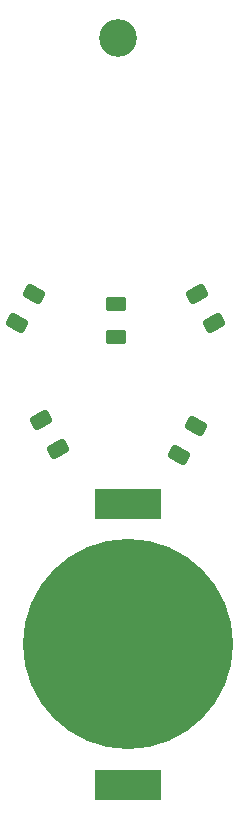
<source format=gbr>
%TF.GenerationSoftware,KiCad,Pcbnew,(6.0.8)*%
%TF.CreationDate,2022-10-01T01:52:07+02:00*%
%TF.ProjectId,ea_logobulb,65615f6c-6f67-46f6-9275-6c622e6b6963,rev?*%
%TF.SameCoordinates,Original*%
%TF.FileFunction,Soldermask,Bot*%
%TF.FilePolarity,Negative*%
%FSLAX46Y46*%
G04 Gerber Fmt 4.6, Leading zero omitted, Abs format (unit mm)*
G04 Created by KiCad (PCBNEW (6.0.8)) date 2022-10-01 01:52:07*
%MOMM*%
%LPD*%
G01*
G04 APERTURE LIST*
G04 Aperture macros list*
%AMRoundRect*
0 Rectangle with rounded corners*
0 $1 Rounding radius*
0 $2 $3 $4 $5 $6 $7 $8 $9 X,Y pos of 4 corners*
0 Add a 4 corners polygon primitive as box body*
4,1,4,$2,$3,$4,$5,$6,$7,$8,$9,$2,$3,0*
0 Add four circle primitives for the rounded corners*
1,1,$1+$1,$2,$3*
1,1,$1+$1,$4,$5*
1,1,$1+$1,$6,$7*
1,1,$1+$1,$8,$9*
0 Add four rect primitives between the rounded corners*
20,1,$1+$1,$2,$3,$4,$5,0*
20,1,$1+$1,$4,$5,$6,$7,0*
20,1,$1+$1,$6,$7,$8,$9,0*
20,1,$1+$1,$8,$9,$2,$3,0*%
G04 Aperture macros list end*
%ADD10R,5.560000X2.600000*%
%ADD11C,17.800000*%
%ADD12C,3.200000*%
%ADD13RoundRect,0.250000X-0.625000X0.375000X-0.625000X-0.375000X0.625000X-0.375000X0.625000X0.375000X0*%
%ADD14RoundRect,0.250000X-0.728766X0.012260X-0.353766X-0.637260X0.728766X-0.012260X0.353766X0.637260X0*%
%ADD15RoundRect,0.250000X-0.353766X0.637260X-0.728766X-0.012260X0.353766X-0.637260X0.728766X0.012260X0*%
G04 APERTURE END LIST*
D10*
%TO.C,REF\u002A\u002A*%
X140716000Y-118585000D03*
X140716000Y-94775000D03*
D11*
X140716000Y-106680000D03*
%TD*%
D12*
%TO.C,REF\u002A\u002A*%
X139877800Y-55346600D03*
%TD*%
D13*
%TO.C,REF\u002A\u002A*%
X139700000Y-80648000D03*
X139700000Y-77848000D03*
%TD*%
D14*
%TO.C,REF\u002A\u002A*%
X133412000Y-87687564D03*
X134812000Y-90112436D03*
%TD*%
D15*
%TO.C,REF\u002A\u002A*%
X131380000Y-79444436D03*
X132780000Y-77019564D03*
%TD*%
D14*
%TO.C,REF\u002A\u002A*%
X148020000Y-79444436D03*
X146620000Y-77019564D03*
%TD*%
D15*
%TO.C,REF\u002A\u002A*%
X145096000Y-90620436D03*
X146496000Y-88195564D03*
%TD*%
M02*

</source>
